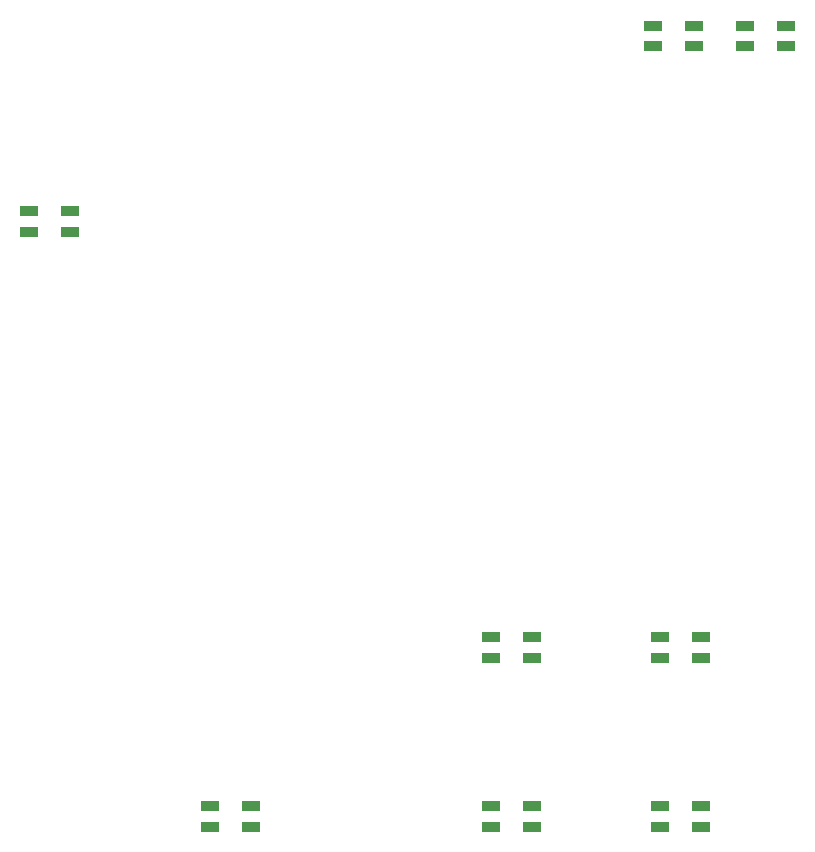
<source format=gbr>
%TF.GenerationSoftware,KiCad,Pcbnew,8.99.0-3401-ge9e4e7a3ff*%
%TF.CreationDate,2025-02-25T13:13:07+01:00*%
%TF.ProjectId,hackpad,6861636b-7061-4642-9e6b-696361645f70,rev?*%
%TF.SameCoordinates,Original*%
%TF.FileFunction,Paste,Top*%
%TF.FilePolarity,Positive*%
%FSLAX46Y46*%
G04 Gerber Fmt 4.6, Leading zero omitted, Abs format (unit mm)*
G04 Created by KiCad (PCBNEW 8.99.0-3401-ge9e4e7a3ff) date 2025-02-25 13:13:07*
%MOMM*%
%LPD*%
G01*
G04 APERTURE LIST*
%ADD10R,1.600000X0.850000*%
G04 APERTURE END LIST*
D10*
%TO.C,D20*%
X57622482Y-99455030D03*
X57622482Y-101205030D03*
X61122482Y-101205030D03*
X61122482Y-99455030D03*
%TD*%
%TO.C,D15*%
X95127201Y-33375287D03*
X95127201Y-35125287D03*
X98627201Y-35125287D03*
X98627201Y-33375287D03*
%TD*%
%TO.C,D17*%
X81435002Y-85167518D03*
X81435002Y-86917518D03*
X84935002Y-86917518D03*
X84935002Y-85167518D03*
%TD*%
%TO.C,D19*%
X81435002Y-99455030D03*
X81435002Y-101205030D03*
X84935002Y-101205030D03*
X84935002Y-99455030D03*
%TD*%
%TO.C,D18*%
X95722514Y-99455030D03*
X95722514Y-101205030D03*
X99222514Y-101205030D03*
X99222514Y-99455030D03*
%TD*%
%TO.C,D16*%
X95722514Y-85167518D03*
X95722514Y-86917518D03*
X99222514Y-86917518D03*
X99222514Y-85167518D03*
%TD*%
%TO.C,D13*%
X42303750Y-49111250D03*
X42303750Y-50861250D03*
X45803750Y-50861250D03*
X45803750Y-49111250D03*
%TD*%
%TO.C,D14*%
X102902209Y-33375287D03*
X102902209Y-35125287D03*
X106402209Y-35125287D03*
X106402209Y-33375287D03*
%TD*%
M02*

</source>
